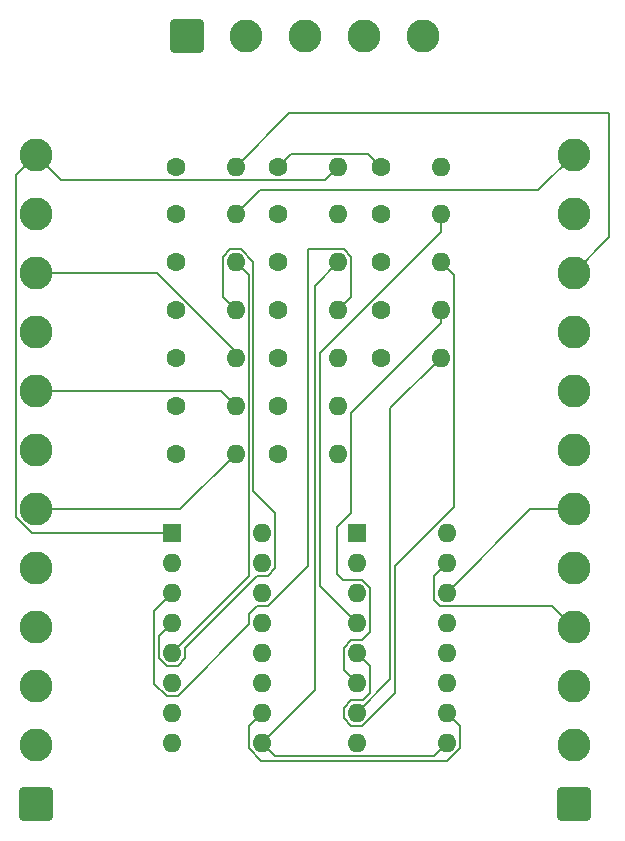
<source format=gbr>
%TF.GenerationSoftware,KiCad,Pcbnew,8.0.8-8.0.8-0~ubuntu24.04.1*%
%TF.CreationDate,2025-02-09T12:29:41+01:00*%
%TF.ProjectId,SNES_CONTROLLER,534e4553-5f43-44f4-9e54-524f4c4c4552,rev?*%
%TF.SameCoordinates,Original*%
%TF.FileFunction,Copper,L2,Bot*%
%TF.FilePolarity,Positive*%
%FSLAX46Y46*%
G04 Gerber Fmt 4.6, Leading zero omitted, Abs format (unit mm)*
G04 Created by KiCad (PCBNEW 8.0.8-8.0.8-0~ubuntu24.04.1) date 2025-02-09 12:29:41*
%MOMM*%
%LPD*%
G01*
G04 APERTURE LIST*
G04 Aperture macros list*
%AMRoundRect*
0 Rectangle with rounded corners*
0 $1 Rounding radius*
0 $2 $3 $4 $5 $6 $7 $8 $9 X,Y pos of 4 corners*
0 Add a 4 corners polygon primitive as box body*
4,1,4,$2,$3,$4,$5,$6,$7,$8,$9,$2,$3,0*
0 Add four circle primitives for the rounded corners*
1,1,$1+$1,$2,$3*
1,1,$1+$1,$4,$5*
1,1,$1+$1,$6,$7*
1,1,$1+$1,$8,$9*
0 Add four rect primitives between the rounded corners*
20,1,$1+$1,$2,$3,$4,$5,0*
20,1,$1+$1,$4,$5,$6,$7,0*
20,1,$1+$1,$6,$7,$8,$9,0*
20,1,$1+$1,$8,$9,$2,$3,0*%
G04 Aperture macros list end*
%TA.AperFunction,ComponentPad*%
%ADD10C,1.600000*%
%TD*%
%TA.AperFunction,ComponentPad*%
%ADD11O,1.600000X1.600000*%
%TD*%
%TA.AperFunction,ComponentPad*%
%ADD12RoundRect,0.250001X1.149999X-1.149999X1.149999X1.149999X-1.149999X1.149999X-1.149999X-1.149999X0*%
%TD*%
%TA.AperFunction,ComponentPad*%
%ADD13C,2.800000*%
%TD*%
%TA.AperFunction,ComponentPad*%
%ADD14R,1.600000X1.600000*%
%TD*%
%TA.AperFunction,ComponentPad*%
%ADD15RoundRect,0.250001X-1.149999X-1.149999X1.149999X-1.149999X1.149999X1.149999X-1.149999X1.149999X0*%
%TD*%
%TA.AperFunction,Conductor*%
%ADD16C,0.200000*%
%TD*%
G04 APERTURE END LIST*
D10*
%TO.P,R8,1*%
%TO.N,/Vcc*%
X124000000Y-75500000D03*
D11*
%TO.P,R8,2*%
%TO.N,Net-(J2-Pin_12)*%
X129080000Y-75500000D03*
%TD*%
D10*
%TO.P,R10,1*%
%TO.N,/Vcc*%
X124000000Y-83600000D03*
D11*
%TO.P,R10,2*%
%TO.N,/Latch*%
X129080000Y-83600000D03*
%TD*%
D10*
%TO.P,R18,1*%
%TO.N,/Vcc*%
X132680000Y-87650000D03*
D11*
%TO.P,R18,2*%
%TO.N,Net-(U2-D1)*%
X137760000Y-87650000D03*
%TD*%
D12*
%TO.P,J2,1,Pin_1*%
%TO.N,/Gnd*%
X103500000Y-129500000D03*
D13*
%TO.P,J2,2,Pin_2*%
%TO.N,Net-(J2-Pin_2)*%
X103500000Y-124500000D03*
%TO.P,J2,3,Pin_3*%
%TO.N,/Gnd*%
X103500000Y-119500000D03*
%TO.P,J2,4,Pin_4*%
%TO.N,Net-(J2-Pin_4)*%
X103500000Y-114500000D03*
%TO.P,J2,5,Pin_5*%
%TO.N,/Gnd*%
X103500000Y-109500000D03*
%TO.P,J2,6,Pin_6*%
%TO.N,Net-(J2-Pin_6)*%
X103500000Y-104500000D03*
%TO.P,J2,7,Pin_7*%
%TO.N,/Gnd*%
X103500000Y-99500000D03*
%TO.P,J2,8,Pin_8*%
%TO.N,Net-(J2-Pin_8)*%
X103500000Y-94500000D03*
%TO.P,J2,9,Pin_9*%
%TO.N,/Gnd*%
X103500000Y-89500000D03*
%TO.P,J2,10,Pin_10*%
%TO.N,Net-(J2-Pin_10)*%
X103500000Y-84500000D03*
%TO.P,J2,11,Pin_11*%
%TO.N,/Gnd*%
X103500000Y-79500000D03*
%TO.P,J2,12,Pin_12*%
%TO.N,Net-(J2-Pin_12)*%
X103500000Y-74500000D03*
%TD*%
D14*
%TO.P,U2,1,D7*%
%TO.N,Net-(J3-Pin_2)*%
X130635000Y-106520000D03*
D11*
%TO.P,U2,2,Q5*%
%TO.N,unconnected-(U2-Q5-Pad2)*%
X130635000Y-109060000D03*
%TO.P,U2,3,Q7*%
%TO.N,Net-(U1-DS)*%
X130635000Y-111600000D03*
%TO.P,U2,4,D3*%
%TO.N,Net-(U2-D3)*%
X130635000Y-114140000D03*
%TO.P,U2,5,D2*%
%TO.N,Net-(U2-D2)*%
X130635000Y-116680000D03*
%TO.P,U2,6,D1*%
%TO.N,Net-(U2-D1)*%
X130635000Y-119220000D03*
%TO.P,U2,7,D0*%
%TO.N,Net-(U2-D0)*%
X130635000Y-121760000D03*
%TO.P,U2,8,VSS*%
%TO.N,/Gnd*%
X130635000Y-124300000D03*
%TO.P,U2,9,PL*%
%TO.N,/Latch*%
X138255000Y-124300000D03*
%TO.P,U2,10,CP*%
%TO.N,/Clk*%
X138255000Y-121760000D03*
%TO.P,U2,11,DS*%
%TO.N,unconnected-(U2-DS-Pad11)*%
X138255000Y-119220000D03*
%TO.P,U2,12,Q6*%
%TO.N,unconnected-(U2-Q6-Pad12)*%
X138255000Y-116680000D03*
%TO.P,U2,13,D4*%
%TO.N,Net-(J3-Pin_8)*%
X138255000Y-114140000D03*
%TO.P,U2,14,D5*%
%TO.N,Net-(J3-Pin_6)*%
X138255000Y-111600000D03*
%TO.P,U2,15,D6*%
%TO.N,Net-(J3-Pin_4)*%
X138255000Y-109060000D03*
%TO.P,U2,16,VDD*%
%TO.N,/Vcc*%
X138255000Y-106520000D03*
%TD*%
D10*
%TO.P,R19,1*%
%TO.N,/Vcc*%
X132680000Y-91700000D03*
D11*
%TO.P,R19,2*%
%TO.N,Net-(U2-D0)*%
X137760000Y-91700000D03*
%TD*%
D10*
%TO.P,R6,1*%
%TO.N,/Vcc*%
X115320000Y-95750000D03*
D11*
%TO.P,R6,2*%
%TO.N,Net-(J2-Pin_8)*%
X120400000Y-95750000D03*
%TD*%
D10*
%TO.P,R15,1*%
%TO.N,/Vcc*%
X132680000Y-75500000D03*
D11*
%TO.P,R15,2*%
%TO.N,Net-(J3-Pin_8)*%
X137760000Y-75500000D03*
%TD*%
D10*
%TO.P,R2,1*%
%TO.N,/Vcc*%
X115320000Y-79550000D03*
D11*
%TO.P,R2,2*%
%TO.N,Net-(J3-Pin_12)*%
X120400000Y-79550000D03*
%TD*%
D12*
%TO.P,J3,1,Pin_1*%
%TO.N,/Gnd*%
X149000000Y-129500000D03*
D13*
%TO.P,J3,2,Pin_2*%
%TO.N,Net-(J3-Pin_2)*%
X149000000Y-124500000D03*
%TO.P,J3,3,Pin_3*%
%TO.N,/Gnd*%
X149000000Y-119500000D03*
%TO.P,J3,4,Pin_4*%
%TO.N,Net-(J3-Pin_4)*%
X149000000Y-114500000D03*
%TO.P,J3,5,Pin_5*%
%TO.N,/Gnd*%
X149000000Y-109500000D03*
%TO.P,J3,6,Pin_6*%
%TO.N,Net-(J3-Pin_6)*%
X149000000Y-104500000D03*
%TO.P,J3,7,Pin_7*%
%TO.N,/Gnd*%
X149000000Y-99500000D03*
%TO.P,J3,8,Pin_8*%
%TO.N,Net-(J3-Pin_8)*%
X149000000Y-94500000D03*
%TO.P,J3,9,Pin_9*%
%TO.N,/Gnd*%
X149000000Y-89500000D03*
%TO.P,J3,10,Pin_10*%
%TO.N,Net-(J3-Pin_10)*%
X149000000Y-84500000D03*
%TO.P,J3,11,Pin_11*%
%TO.N,/Gnd*%
X149000000Y-79500000D03*
%TO.P,J3,12,Pin_12*%
%TO.N,Net-(J3-Pin_12)*%
X149000000Y-74500000D03*
%TD*%
D10*
%TO.P,R1,1*%
%TO.N,/Vcc*%
X115320000Y-75500000D03*
D11*
%TO.P,R1,2*%
%TO.N,Net-(J3-Pin_10)*%
X120400000Y-75500000D03*
%TD*%
D10*
%TO.P,R9,1*%
%TO.N,/Vcc*%
X124000000Y-79550000D03*
D11*
%TO.P,R9,2*%
%TO.N,/Clk*%
X129080000Y-79550000D03*
%TD*%
D10*
%TO.P,R13,1*%
%TO.N,/Vcc*%
X124000000Y-95750000D03*
D11*
%TO.P,R13,2*%
%TO.N,Net-(J3-Pin_4)*%
X129080000Y-95750000D03*
%TD*%
D10*
%TO.P,R7,1*%
%TO.N,/Vcc*%
X115320000Y-99800000D03*
D11*
%TO.P,R7,2*%
%TO.N,Net-(J2-Pin_6)*%
X120400000Y-99800000D03*
%TD*%
D15*
%TO.P,J4,1,Pin_1*%
%TO.N,/Vcc*%
X116250000Y-64467500D03*
D13*
%TO.P,J4,2,Pin_2*%
%TO.N,/Clk*%
X121250000Y-64467500D03*
%TO.P,J4,3,Pin_3*%
%TO.N,/Latch*%
X126250000Y-64467500D03*
%TO.P,J4,4,Pin_4*%
%TO.N,/Data1*%
X131250000Y-64467500D03*
%TO.P,J4,5,Pin_5*%
%TO.N,/Gnd*%
X136250000Y-64467500D03*
%TD*%
D10*
%TO.P,R11,1*%
%TO.N,/Vcc*%
X124000000Y-87650000D03*
D11*
%TO.P,R11,2*%
%TO.N,/Data1*%
X129080000Y-87650000D03*
%TD*%
D10*
%TO.P,R4,1*%
%TO.N,/Vcc*%
X115320000Y-87650000D03*
D11*
%TO.P,R4,2*%
%TO.N,Net-(J2-Pin_4)*%
X120400000Y-87650000D03*
%TD*%
D14*
%TO.P,U1,1,D7*%
%TO.N,Net-(J2-Pin_12)*%
X115015000Y-106520000D03*
D11*
%TO.P,U1,2,Q5*%
%TO.N,unconnected-(U1-Q5-Pad2)*%
X115015000Y-109060000D03*
%TO.P,U1,3,Q7*%
%TO.N,/Data1*%
X115015000Y-111600000D03*
%TO.P,U1,4,D3*%
%TO.N,Net-(J2-Pin_4)*%
X115015000Y-114140000D03*
%TO.P,U1,5,D2*%
%TO.N,Net-(J2-Pin_2)*%
X115015000Y-116680000D03*
%TO.P,U1,6,D1*%
%TO.N,Net-(J3-Pin_12)*%
X115015000Y-119220000D03*
%TO.P,U1,7,D0*%
%TO.N,Net-(J3-Pin_10)*%
X115015000Y-121760000D03*
%TO.P,U1,8,VSS*%
%TO.N,/Gnd*%
X115015000Y-124300000D03*
%TO.P,U1,9,PL*%
%TO.N,/Latch*%
X122635000Y-124300000D03*
%TO.P,U1,10,CP*%
%TO.N,/Clk*%
X122635000Y-121760000D03*
%TO.P,U1,11,DS*%
%TO.N,Net-(U1-DS)*%
X122635000Y-119220000D03*
%TO.P,U1,12,Q6*%
%TO.N,unconnected-(U1-Q6-Pad12)*%
X122635000Y-116680000D03*
%TO.P,U1,13,D4*%
%TO.N,Net-(J2-Pin_10)*%
X122635000Y-114140000D03*
%TO.P,U1,14,D5*%
%TO.N,Net-(J2-Pin_8)*%
X122635000Y-111600000D03*
%TO.P,U1,15,D6*%
%TO.N,Net-(J2-Pin_6)*%
X122635000Y-109060000D03*
%TO.P,U1,16,VDD*%
%TO.N,/Vcc*%
X122635000Y-106520000D03*
%TD*%
D10*
%TO.P,R12,1*%
%TO.N,/Vcc*%
X124000000Y-91700000D03*
D11*
%TO.P,R12,2*%
%TO.N,Net-(J3-Pin_2)*%
X129080000Y-91700000D03*
%TD*%
D10*
%TO.P,R5,1*%
%TO.N,/Vcc*%
X115320000Y-91700000D03*
D11*
%TO.P,R5,2*%
%TO.N,Net-(J2-Pin_10)*%
X120400000Y-91700000D03*
%TD*%
D10*
%TO.P,R3,1*%
%TO.N,/Vcc*%
X115320000Y-83600000D03*
D11*
%TO.P,R3,2*%
%TO.N,Net-(J2-Pin_2)*%
X120400000Y-83600000D03*
%TD*%
D10*
%TO.P,R17,1*%
%TO.N,/Vcc*%
X132680000Y-83600000D03*
D11*
%TO.P,R17,2*%
%TO.N,Net-(U2-D2)*%
X137760000Y-83600000D03*
%TD*%
D10*
%TO.P,R14,1*%
%TO.N,/Vcc*%
X124000000Y-99800000D03*
D11*
%TO.P,R14,2*%
%TO.N,Net-(J3-Pin_6)*%
X129080000Y-99800000D03*
%TD*%
D10*
%TO.P,R16,1*%
%TO.N,/Vcc*%
X132680000Y-79550000D03*
D11*
%TO.P,R16,2*%
%TO.N,Net-(U2-D3)*%
X137760000Y-79550000D03*
%TD*%
D16*
%TO.N,/Vcc*%
X131580000Y-74400000D02*
X132680000Y-75500000D01*
X124000000Y-75500000D02*
X125100000Y-74400000D01*
X125100000Y-74400000D02*
X131580000Y-74400000D01*
%TO.N,/Latch*%
X123735000Y-125400000D02*
X137155000Y-125400000D01*
X122635000Y-124300000D02*
X123735000Y-125400000D01*
X127100000Y-85580000D02*
X127100000Y-119835000D01*
X127100000Y-119835000D02*
X122635000Y-124300000D01*
X137155000Y-125400000D02*
X138255000Y-124300000D01*
X129080000Y-83600000D02*
X127100000Y-85580000D01*
%TO.N,/Clk*%
X138310635Y-125800000D02*
X122579365Y-125800000D01*
X139355000Y-122860000D02*
X139355000Y-124755635D01*
X121500000Y-122895000D02*
X122635000Y-121760000D01*
X139355000Y-124755635D02*
X138310635Y-125800000D01*
X138255000Y-121760000D02*
X139355000Y-122860000D01*
X122579365Y-125800000D02*
X121500000Y-124720635D01*
X121500000Y-124720635D02*
X121500000Y-122895000D01*
%TO.N,/Data1*%
X115015000Y-111600000D02*
X113515000Y-113100000D01*
X126500000Y-82500000D02*
X129535635Y-82500000D01*
X113515000Y-119275635D02*
X114559365Y-120320000D01*
X126500000Y-109290635D02*
X126500000Y-82500000D01*
X123090635Y-112700000D02*
X126500000Y-109290635D01*
X129535635Y-82500000D02*
X130180000Y-83144365D01*
X113515000Y-113100000D02*
X113515000Y-119275635D01*
X121535000Y-114255635D02*
X121535000Y-113344365D01*
X114559365Y-120320000D02*
X115470635Y-120320000D01*
X130180000Y-83144365D02*
X130180000Y-86550000D01*
X115470635Y-120320000D02*
X121535000Y-114255635D01*
X130180000Y-86550000D02*
X129080000Y-87650000D01*
X122179365Y-112700000D02*
X123090635Y-112700000D01*
X121535000Y-113344365D02*
X122179365Y-112700000D01*
%TO.N,Net-(J2-Pin_4)*%
X115470635Y-117780000D02*
X114559365Y-117780000D01*
X121900000Y-83544365D02*
X121900000Y-103000000D01*
X120400000Y-87650000D02*
X119300000Y-86550000D01*
X119300000Y-86550000D02*
X119300000Y-83144365D01*
X119300000Y-83144365D02*
X119944365Y-82500000D01*
X121900000Y-103000000D02*
X123735000Y-104835000D01*
X114559365Y-117780000D02*
X113915000Y-117135635D01*
X113915000Y-117135635D02*
X113915000Y-115240000D01*
X119944365Y-82500000D02*
X120855635Y-82500000D01*
X120855635Y-82500000D02*
X121900000Y-83544365D01*
X123735000Y-104835000D02*
X123735000Y-109515635D01*
X122179365Y-110160000D02*
X116115000Y-116224365D01*
X116115000Y-117135635D02*
X115470635Y-117780000D01*
X116115000Y-116224365D02*
X116115000Y-117135635D01*
X113915000Y-115240000D02*
X115015000Y-114140000D01*
X123735000Y-109515635D02*
X123090635Y-110160000D01*
X123090635Y-110160000D02*
X122179365Y-110160000D01*
%TO.N,Net-(J2-Pin_6)*%
X115700000Y-104500000D02*
X120400000Y-99800000D01*
X103500000Y-104500000D02*
X115700000Y-104500000D01*
%TO.N,Net-(J2-Pin_12)*%
X105600000Y-76600000D02*
X127980000Y-76600000D01*
X101800000Y-76200000D02*
X103500000Y-74500000D01*
X127980000Y-76600000D02*
X129080000Y-75500000D01*
X101800000Y-105204164D02*
X101800000Y-76200000D01*
X103115836Y-106520000D02*
X101800000Y-105204164D01*
X103500000Y-74500000D02*
X105600000Y-76600000D01*
X115015000Y-106520000D02*
X103115836Y-106520000D01*
%TO.N,Net-(J2-Pin_8)*%
X103500000Y-94500000D02*
X119150000Y-94500000D01*
X119150000Y-94500000D02*
X120400000Y-95750000D01*
%TO.N,Net-(J2-Pin_2)*%
X121500000Y-110195000D02*
X115015000Y-116680000D01*
X120400000Y-83600000D02*
X121500000Y-84700000D01*
X121500000Y-84700000D02*
X121500000Y-110195000D01*
%TO.N,Net-(J2-Pin_10)*%
X120400000Y-91174365D02*
X120400000Y-91700000D01*
X113725635Y-84500000D02*
X120400000Y-91174365D01*
X103500000Y-84500000D02*
X113725635Y-84500000D01*
%TO.N,Net-(J3-Pin_10)*%
X152000000Y-71000000D02*
X124900000Y-71000000D01*
X149000000Y-84500000D02*
X152000000Y-81500000D01*
X152000000Y-81500000D02*
X152000000Y-71000000D01*
X124900000Y-71000000D02*
X120400000Y-75500000D01*
%TO.N,Net-(J3-Pin_12)*%
X146000000Y-77500000D02*
X122450000Y-77500000D01*
X149000000Y-74500000D02*
X146000000Y-77500000D01*
X122450000Y-77500000D02*
X120400000Y-79550000D01*
%TO.N,Net-(J3-Pin_4)*%
X137700000Y-112700000D02*
X137155000Y-112155000D01*
X137155000Y-110160000D02*
X138255000Y-109060000D01*
X147200000Y-112700000D02*
X137700000Y-112700000D01*
X137155000Y-112155000D02*
X137155000Y-110160000D01*
X149000000Y-114500000D02*
X147200000Y-112700000D01*
%TO.N,Net-(J3-Pin_6)*%
X149000000Y-104500000D02*
X145355000Y-104500000D01*
X145355000Y-104500000D02*
X138255000Y-111600000D01*
%TO.N,Net-(U2-D3)*%
X137760000Y-79550000D02*
X137760000Y-81014365D01*
X127500000Y-91274365D02*
X127500000Y-111005000D01*
X137760000Y-81014365D02*
X127500000Y-91274365D01*
X127500000Y-111005000D02*
X130635000Y-114140000D01*
%TO.N,Net-(U2-D2)*%
X130179365Y-120660000D02*
X131169314Y-120660000D01*
X131735000Y-120094314D02*
X131735000Y-117780000D01*
X131735000Y-117780000D02*
X130635000Y-116680000D01*
X133900000Y-109319365D02*
X133900000Y-120050635D01*
X129535000Y-122215635D02*
X129535000Y-121304365D01*
X130179365Y-122860000D02*
X129535000Y-122215635D01*
X131090635Y-122860000D02*
X130179365Y-122860000D01*
X129535000Y-121304365D02*
X130179365Y-120660000D01*
X137760000Y-83600000D02*
X138860000Y-84700000D01*
X138860000Y-104359365D02*
X133900000Y-109319365D01*
X131169314Y-120660000D02*
X131735000Y-120094314D01*
X133900000Y-120050635D02*
X131090635Y-122860000D01*
X138860000Y-84700000D02*
X138860000Y-104359365D01*
%TO.N,Net-(U2-D1)*%
X130180000Y-104820000D02*
X129000000Y-106000000D01*
X130179365Y-115580000D02*
X129535000Y-116224365D01*
X131090635Y-115580000D02*
X130179365Y-115580000D01*
X131090635Y-110500000D02*
X131735000Y-111144365D01*
X137760000Y-88781370D02*
X130180000Y-96361370D01*
X129000000Y-106000000D02*
X129000000Y-110000000D01*
X137760000Y-87650000D02*
X137760000Y-88781370D01*
X129000000Y-110000000D02*
X129500000Y-110500000D01*
X131735000Y-111144365D02*
X131735000Y-114935635D01*
X131735000Y-114935635D02*
X131090635Y-115580000D01*
X130180000Y-96361370D02*
X130180000Y-104820000D01*
X129500000Y-110500000D02*
X131090635Y-110500000D01*
X129535000Y-118120000D02*
X130635000Y-119220000D01*
X129535000Y-116224365D02*
X129535000Y-118120000D01*
%TO.N,Net-(U2-D0)*%
X133500000Y-118895000D02*
X130635000Y-121760000D01*
X133500000Y-95960000D02*
X133500000Y-118895000D01*
X137760000Y-91700000D02*
X133500000Y-95960000D01*
%TD*%
M02*

</source>
